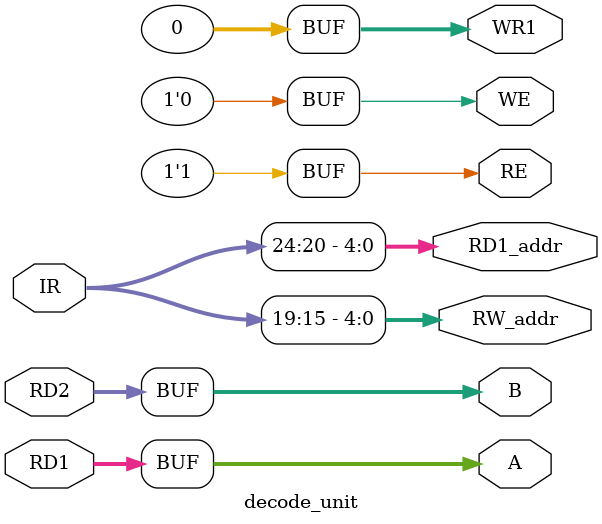
<source format=v>
`timescale 1ns / 1ps
module decode_unit (
IR,A,B,WE,RE,RW_addr,RD1_addr,RD1,RD2,WR1
);
input [31:0] IR;
output  [31:0] A,B;
output WE,RE;
output [4:0] RW_addr,RD1_addr;
input [31:0] RD1,RD2;
output [31:0] WR1;
assign WE=0;
assign RE=1;
assign RW_addr=IR[19:15];
assign RD1_addr=IR[24:20];
assign A=RD1;
assign B=RD2;
assign WR1=0;
endmodule
</source>
